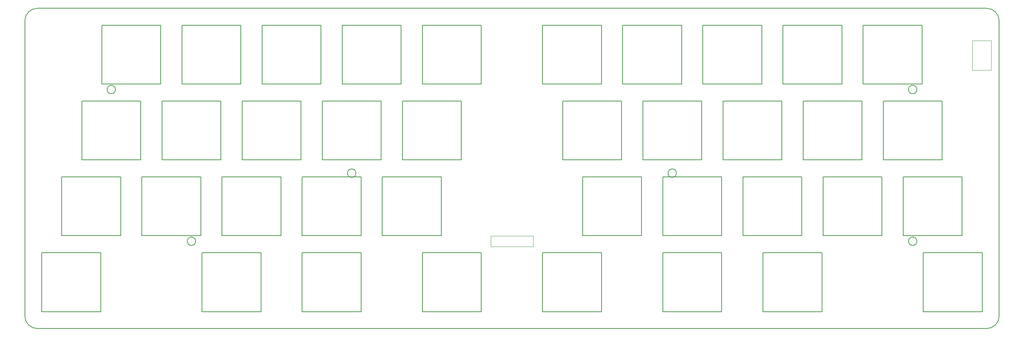
<source format=gbr>
G04 #@! TF.GenerationSoftware,KiCad,Pcbnew,5.1.6-c6e7f7d~87~ubuntu20.04.1*
G04 #@! TF.CreationDate,2021-06-15T12:00:34-07:00*
G04 #@! TF.ProjectId,ergo-Plate,6572676f-2d50-46c6-9174-652e6b696361,rev?*
G04 #@! TF.SameCoordinates,Original*
G04 #@! TF.FileFunction,Profile,NP*
%FSLAX46Y46*%
G04 Gerber Fmt 4.6, Leading zero omitted, Abs format (unit mm)*
G04 Created by KiCad (PCBNEW 5.1.6-c6e7f7d~87~ubuntu20.04.1) date 2021-06-15 12:00:34*
%MOMM*%
%LPD*%
G01*
G04 APERTURE LIST*
G04 #@! TA.AperFunction,Profile*
%ADD10C,0.100000*%
G04 #@! TD*
G04 #@! TA.AperFunction,Profile*
%ADD11C,0.200000*%
G04 #@! TD*
G04 #@! TA.AperFunction,Profile*
%ADD12C,0.150000*%
G04 #@! TD*
G04 APERTURE END LIST*
D10*
X237507780Y-27703780D02*
X237510320Y-20640040D01*
X241970560Y-27703780D02*
X237507780Y-27703780D01*
X241970560Y-20640040D02*
X241970560Y-27703780D01*
X237510320Y-20640040D02*
X241970560Y-20640040D01*
X133111240Y-67142360D02*
X133085840Y-67142360D01*
X133111240Y-69656960D02*
X133111240Y-67142360D01*
X122976640Y-69656960D02*
X133111240Y-69656960D01*
X122976640Y-67142360D02*
X122976640Y-69656960D01*
X133111240Y-67142360D02*
X122976640Y-67142360D01*
D11*
X240854180Y-12953380D02*
X15234180Y-12953380D01*
X167144180Y-52178380D02*
G75*
G03*
X167144180Y-52178380I-1000000J0D01*
G01*
X243854180Y-86153380D02*
X243854180Y-15953380D01*
X12234180Y-15953380D02*
G75*
G02*
X15234180Y-12953380I3000000J0D01*
G01*
X243854180Y-86153380D02*
G75*
G02*
X240854180Y-89153380I-3000000J0D01*
G01*
X90944180Y-52178380D02*
G75*
G03*
X90944180Y-52178380I-1000000J0D01*
G01*
X240854180Y-12953380D02*
G75*
G02*
X243854180Y-15953380I0J-3000000D01*
G01*
X15234180Y-89153380D02*
X240854180Y-89153380D01*
X52844180Y-68378380D02*
G75*
G03*
X52844180Y-68378380I-1000000J0D01*
G01*
X224294180Y-68378380D02*
G75*
G03*
X224294180Y-68378380I-1000000J0D01*
G01*
X15234180Y-89153380D02*
G75*
G02*
X12234180Y-86153380I0J3000000D01*
G01*
X224294180Y-32278380D02*
G75*
G03*
X224294180Y-32278380I-1000000J0D01*
G01*
X33794180Y-32278380D02*
G75*
G03*
X33794180Y-32278380I-1000000J0D01*
G01*
X12234180Y-15953380D02*
X12234180Y-86153380D01*
D12*
X225523820Y-16975320D02*
X211523820Y-16975320D01*
X211523820Y-16975320D02*
X211523820Y-30975320D01*
X211523820Y-30975320D02*
X225523820Y-30975320D01*
X225523820Y-30975320D02*
X225523820Y-16975320D01*
X239811320Y-71125320D02*
X225811320Y-71125320D01*
X225811320Y-71125320D02*
X225811320Y-85125320D01*
X225811320Y-85125320D02*
X239811320Y-85125320D01*
X239811320Y-85125320D02*
X239811320Y-71125320D01*
X92173860Y-71125320D02*
X78173860Y-71125320D01*
X78173860Y-71125320D02*
X78173860Y-85125320D01*
X78173860Y-85125320D02*
X92173860Y-85125320D01*
X92173860Y-85125320D02*
X92173860Y-71125320D01*
X30261320Y-71125320D02*
X16261320Y-71125320D01*
X16261320Y-71125320D02*
X16261320Y-85125320D01*
X16261320Y-85125320D02*
X30261320Y-85125320D01*
X30261320Y-85125320D02*
X30261320Y-71125320D01*
X77886320Y-35025320D02*
X63886320Y-35025320D01*
X63886320Y-35025320D02*
X63886320Y-49025320D01*
X63886320Y-49025320D02*
X77886320Y-49025320D01*
X77886320Y-49025320D02*
X77886320Y-35025320D01*
X168373820Y-16975320D02*
X154373820Y-16975320D01*
X154373820Y-16975320D02*
X154373820Y-30975320D01*
X154373820Y-30975320D02*
X168373820Y-30975320D01*
X168373820Y-30975320D02*
X168373820Y-16975320D01*
X230286320Y-35025320D02*
X216286320Y-35025320D01*
X216286320Y-35025320D02*
X216286320Y-49025320D01*
X216286320Y-49025320D02*
X230286320Y-49025320D01*
X230286320Y-49025320D02*
X230286320Y-35025320D01*
X201711320Y-71125320D02*
X187711320Y-71125320D01*
X187711320Y-71125320D02*
X187711320Y-85125320D01*
X187711320Y-85125320D02*
X201711320Y-85125320D01*
X201711320Y-85125320D02*
X201711320Y-71125320D01*
X177898820Y-71125320D02*
X163898820Y-71125320D01*
X163898820Y-71125320D02*
X163898820Y-85125320D01*
X163898820Y-85125320D02*
X177898820Y-85125320D01*
X177898820Y-85125320D02*
X177898820Y-71125320D01*
X149323860Y-71125320D02*
X135323860Y-71125320D01*
X135323860Y-71125320D02*
X135323860Y-85125320D01*
X135323860Y-85125320D02*
X149323860Y-85125320D01*
X149323860Y-85125320D02*
X149323860Y-71125320D01*
X120748860Y-71125320D02*
X106748860Y-71125320D01*
X106748860Y-71125320D02*
X106748860Y-85125320D01*
X106748860Y-85125320D02*
X120748860Y-85125320D01*
X120748860Y-85125320D02*
X120748860Y-71125320D01*
X68361360Y-71125320D02*
X54361360Y-71125320D01*
X54361360Y-71125320D02*
X54361360Y-85125320D01*
X54361360Y-85125320D02*
X68361360Y-85125320D01*
X68361360Y-85125320D02*
X68361360Y-71125320D01*
X235048820Y-53075320D02*
X221048820Y-53075320D01*
X221048820Y-53075320D02*
X221048820Y-67075320D01*
X221048820Y-67075320D02*
X235048820Y-67075320D01*
X235048820Y-67075320D02*
X235048820Y-53075320D01*
X215998820Y-53075320D02*
X201998820Y-53075320D01*
X201998820Y-53075320D02*
X201998820Y-67075320D01*
X201998820Y-67075320D02*
X215998820Y-67075320D01*
X215998820Y-67075320D02*
X215998820Y-53075320D01*
X196948820Y-53075320D02*
X182948820Y-53075320D01*
X182948820Y-53075320D02*
X182948820Y-67075320D01*
X182948820Y-67075320D02*
X196948820Y-67075320D01*
X196948820Y-67075320D02*
X196948820Y-53075320D01*
X177898820Y-53075320D02*
X163898820Y-53075320D01*
X163898820Y-53075320D02*
X163898820Y-67075320D01*
X163898820Y-67075320D02*
X177898820Y-67075320D01*
X177898820Y-67075320D02*
X177898820Y-53075320D01*
X158848820Y-53075320D02*
X144848820Y-53075320D01*
X144848820Y-53075320D02*
X144848820Y-67075320D01*
X144848820Y-67075320D02*
X158848820Y-67075320D01*
X158848820Y-67075320D02*
X158848820Y-53075320D01*
X111223820Y-53075320D02*
X97223820Y-53075320D01*
X97223820Y-53075320D02*
X97223820Y-67075320D01*
X97223820Y-67075320D02*
X111223820Y-67075320D01*
X111223820Y-67075320D02*
X111223820Y-53075320D01*
X92173820Y-53075320D02*
X78173820Y-53075320D01*
X78173820Y-53075320D02*
X78173820Y-67075320D01*
X78173820Y-67075320D02*
X92173820Y-67075320D01*
X92173820Y-67075320D02*
X92173820Y-53075320D01*
X73123820Y-53075320D02*
X59123820Y-53075320D01*
X59123820Y-53075320D02*
X59123820Y-67075320D01*
X59123820Y-67075320D02*
X73123820Y-67075320D01*
X73123820Y-67075320D02*
X73123820Y-53075320D01*
X54073820Y-53075320D02*
X40073820Y-53075320D01*
X40073820Y-53075320D02*
X40073820Y-67075320D01*
X40073820Y-67075320D02*
X54073820Y-67075320D01*
X54073820Y-67075320D02*
X54073820Y-53075320D01*
X35023820Y-53075320D02*
X21023820Y-53075320D01*
X21023820Y-53075320D02*
X21023820Y-67075320D01*
X21023820Y-67075320D02*
X35023820Y-67075320D01*
X35023820Y-67075320D02*
X35023820Y-53075320D01*
X211236320Y-35025320D02*
X197236320Y-35025320D01*
X197236320Y-35025320D02*
X197236320Y-49025320D01*
X197236320Y-49025320D02*
X211236320Y-49025320D01*
X211236320Y-49025320D02*
X211236320Y-35025320D01*
X192186320Y-35025320D02*
X178186320Y-35025320D01*
X178186320Y-35025320D02*
X178186320Y-49025320D01*
X178186320Y-49025320D02*
X192186320Y-49025320D01*
X192186320Y-49025320D02*
X192186320Y-35025320D01*
X173136320Y-35025320D02*
X159136320Y-35025320D01*
X159136320Y-35025320D02*
X159136320Y-49025320D01*
X159136320Y-49025320D02*
X173136320Y-49025320D01*
X173136320Y-49025320D02*
X173136320Y-35025320D01*
X154086320Y-35025320D02*
X140086320Y-35025320D01*
X140086320Y-35025320D02*
X140086320Y-49025320D01*
X140086320Y-49025320D02*
X154086320Y-49025320D01*
X154086320Y-49025320D02*
X154086320Y-35025320D01*
X115986320Y-35025320D02*
X101986320Y-35025320D01*
X101986320Y-35025320D02*
X101986320Y-49025320D01*
X101986320Y-49025320D02*
X115986320Y-49025320D01*
X115986320Y-49025320D02*
X115986320Y-35025320D01*
X96936320Y-35025320D02*
X82936320Y-35025320D01*
X82936320Y-35025320D02*
X82936320Y-49025320D01*
X82936320Y-49025320D02*
X96936320Y-49025320D01*
X96936320Y-49025320D02*
X96936320Y-35025320D01*
X58836320Y-35025320D02*
X44836320Y-35025320D01*
X44836320Y-35025320D02*
X44836320Y-49025320D01*
X44836320Y-49025320D02*
X58836320Y-49025320D01*
X58836320Y-49025320D02*
X58836320Y-35025320D01*
X39786320Y-35025320D02*
X25786320Y-35025320D01*
X25786320Y-35025320D02*
X25786320Y-49025320D01*
X25786320Y-49025320D02*
X39786320Y-49025320D01*
X39786320Y-49025320D02*
X39786320Y-35025320D01*
X206473820Y-16975320D02*
X192473820Y-16975320D01*
X192473820Y-16975320D02*
X192473820Y-30975320D01*
X192473820Y-30975320D02*
X206473820Y-30975320D01*
X206473820Y-30975320D02*
X206473820Y-16975320D01*
X187423820Y-16975320D02*
X173423820Y-16975320D01*
X173423820Y-16975320D02*
X173423820Y-30975320D01*
X173423820Y-30975320D02*
X187423820Y-30975320D01*
X187423820Y-30975320D02*
X187423820Y-16975320D01*
X149323820Y-16975320D02*
X135323820Y-16975320D01*
X135323820Y-16975320D02*
X135323820Y-30975320D01*
X135323820Y-30975320D02*
X149323820Y-30975320D01*
X149323820Y-30975320D02*
X149323820Y-16975320D01*
X120748820Y-16975320D02*
X106748820Y-16975320D01*
X106748820Y-16975320D02*
X106748820Y-30975320D01*
X106748820Y-30975320D02*
X120748820Y-30975320D01*
X120748820Y-30975320D02*
X120748820Y-16975320D01*
X101698820Y-16975320D02*
X87698820Y-16975320D01*
X87698820Y-16975320D02*
X87698820Y-30975320D01*
X87698820Y-30975320D02*
X101698820Y-30975320D01*
X101698820Y-30975320D02*
X101698820Y-16975320D01*
X82648820Y-16975320D02*
X68648820Y-16975320D01*
X68648820Y-16975320D02*
X68648820Y-30975320D01*
X68648820Y-30975320D02*
X82648820Y-30975320D01*
X82648820Y-30975320D02*
X82648820Y-16975320D01*
X63598820Y-16975320D02*
X49598820Y-16975320D01*
X49598820Y-16975320D02*
X49598820Y-30975320D01*
X49598820Y-30975320D02*
X63598820Y-30975320D01*
X63598820Y-30975320D02*
X63598820Y-16975320D01*
X44548820Y-16975320D02*
X30548820Y-16975320D01*
X30548820Y-16975320D02*
X30548820Y-30975320D01*
X30548820Y-30975320D02*
X44548820Y-30975320D01*
X44548820Y-30975320D02*
X44548820Y-16975320D01*
M02*

</source>
